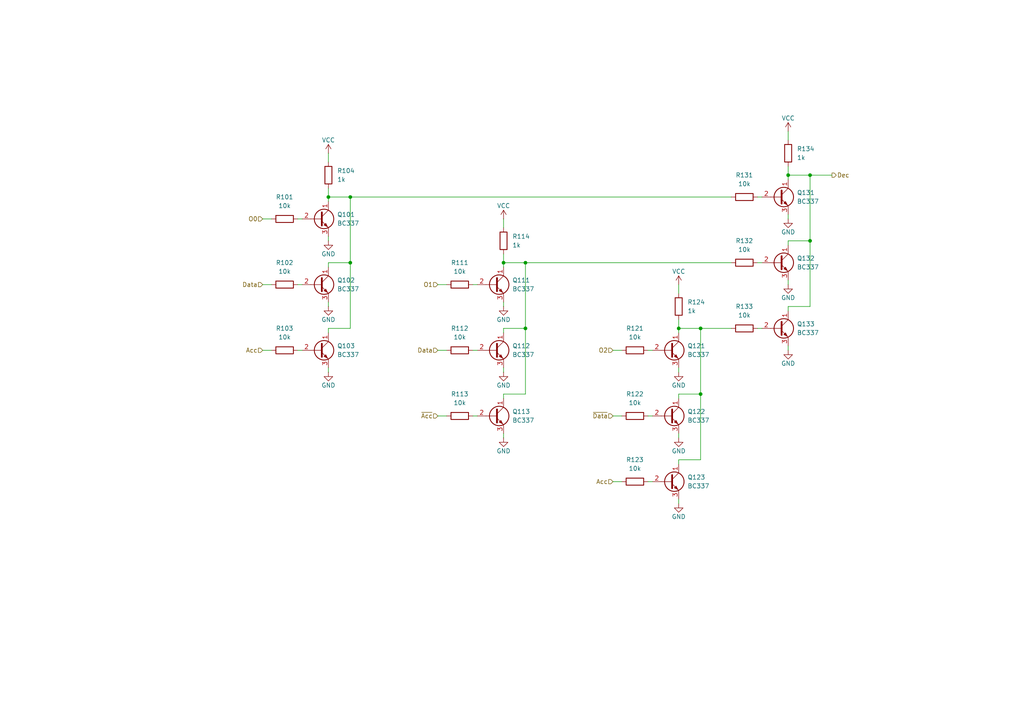
<source format=kicad_sch>
(kicad_sch (version 20250114) (generator "eeschema") (generator_version "9.0")
  (paper "A4")
  (lib_symbols
    (symbol "Device:R" (pin_numbers (hide yes)) (pin_names (offset 0))
      (property "Reference" "R" (at 2.032 0 90))
      (property "Value" "R" (at 0 0 90))
      (symbol "R_0_1"
        (rectangle (start -1.016 -2.54) (end 1.016 2.54) (stroke (width 0.254)))
      )
      (symbol "R_1_1"
        (pin passive line (at 0 3.81 270) (length 1.27) (name "~") (number "1"))
        (pin passive line (at 0 -3.81 90) (length 1.27) (name "~") (number "2"))
      )
    )
    (symbol "Transistor_BJT:BC337" (pin_names (offset 0) (hide yes))
      (property "Reference" "Q" (at 5.08 1.905 0))
      (property "Value" "BC337" (at 5.08 0 0))
      (symbol "BC337_0_1"
        (polyline (pts (xy -2.54 0) (xy 0.635 0)))
        (polyline (pts (xy 0.635 1.905) (xy 0.635 -1.905)) (stroke (width 0.508)))
        (circle (center 1.27 0) (radius 2.8194) (stroke (width 0.254)))
      )
      (symbol "BC337_1_1"
        (polyline (pts (xy 0.635 0.635) (xy 2.54 2.54)))
        (polyline (pts (xy 0.635 -0.635) (xy 2.54 -2.54)))
        (polyline (pts (xy 1.27 -1.778) (xy 1.778 -1.27) (xy 2.286 -2.286) (xy 1.27 -1.778)) (fill (type outline)))
        (pin input line (at -5.08 0 0) (length 2.54) (name "B") (number "2"))
        (pin passive line (at 2.54 5.08 270) (length 2.54) (name "C") (number "1"))
        (pin passive line (at 2.54 -5.08 90) (length 2.54) (name "E") (number "3"))
      )
    )
    (symbol "power:GND" (power) (pin_numbers (hide yes)) (pin_names (offset 0) (hide yes))
      (property "Value" "GND" (at 0 -3.81 0))
      (symbol "GND_0_1"
        (polyline (pts (xy 0 0) (xy 0 -1.27) (xy 1.27 -1.27) (xy 0 -2.54) (xy -1.27 -1.27) (xy 0 -1.27)))
      )
      (symbol "GND_1_1"
        (pin power_in line (at 0 0 270) (length 0) (name "~") (number "1"))
      )
    )
    (symbol "power:VCC" (power) (pin_numbers (hide yes)) (pin_names (offset 0) (hide yes))
      (property "Value" "VCC" (at 0 3.556 0))
      (symbol "VCC_0_1"
        (polyline (pts (xy -0.762 1.27) (xy 0 2.54)))
        (polyline (pts (xy 0 2.54) (xy 0.762 1.27)))
        (polyline (pts (xy 0 0) (xy 0 2.54)))
      )
      (symbol "VCC_1_1"
        (pin power_in line (at 0 0 90) (length 0) (name "~") (number "1"))
      )
    )
  )
  (junction (at 146.05 76.2))
  (junction (at 203.2 95.25))
  (junction (at 234.95 69.85))
  (junction (at 95.25 57.15))
  (junction (at 152.4 76.2))
  (junction (at 228.6 50.8))
  (junction (at 101.6 57.15))
  (junction (at 196.85 95.25))
  (junction (at 152.4 95.25))
  (junction (at 203.2 114.3))
  (junction (at 101.6 76.2))
  (junction (at 234.95 50.8))
  (wire (pts (xy 196.85 125.73) (xy 196.85 127)))
  (wire (pts (xy 86.36 101.6) (xy 87.63 101.6)))
  (wire (pts (xy 86.36 63.5) (xy 87.63 63.5)))
  (wire (pts (xy 228.6 38.1) (xy 228.6 40.64)))
  (wire (pts (xy 146.05 106.68) (xy 146.05 107.95)))
  (wire (pts (xy 228.6 100.33) (xy 228.6 101.6)))
  (wire (pts (xy 177.8 120.65) (xy 180.34 120.65)))
  (wire (pts (xy 228.6 81.28) (xy 228.6 82.55)))
  (wire (pts (xy 228.6 62.23) (xy 228.6 63.5)))
  (wire (pts (xy 127 82.55) (xy 129.54 82.55)))
  (wire (pts (xy 228.6 90.17) (xy 228.6 88.9)))
  (wire (pts (xy 146.05 76.2) (xy 146.05 77.47)))
  (wire (pts (xy 95.25 54.61) (xy 95.25 57.15)))
  (wire (pts (xy 196.85 92.71) (xy 196.85 95.25)))
  (wire (pts (xy 127 101.6) (xy 129.54 101.6)))
  (wire (pts (xy 95.25 68.58) (xy 95.25 69.85)))
  (wire (pts (xy 86.36 82.55) (xy 87.63 82.55)))
  (wire (pts (xy 234.95 50.8) (xy 234.95 69.85)))
  (wire (pts (xy 219.71 57.15) (xy 220.98 57.15)))
  (wire (pts (xy 95.25 95.25) (xy 101.6 95.25)))
  (wire (pts (xy 95.25 96.52) (xy 95.25 95.25)))
  (wire (pts (xy 76.2 63.5) (xy 78.74 63.5)))
  (wire (pts (xy 228.6 48.26) (xy 228.6 50.8)))
  (wire (pts (xy 196.85 133.35) (xy 203.2 133.35)))
  (wire (pts (xy 219.71 76.2) (xy 220.98 76.2)))
  (wire (pts (xy 95.25 77.47) (xy 95.25 76.2)))
  (wire (pts (xy 95.25 76.2) (xy 101.6 76.2)))
  (wire (pts (xy 228.6 50.8) (xy 228.6 52.07)))
  (wire (pts (xy 228.6 88.9) (xy 234.95 88.9)))
  (wire (pts (xy 95.25 87.63) (xy 95.25 88.9)))
  (wire (pts (xy 146.05 63.5) (xy 146.05 66.04)))
  (wire (pts (xy 146.05 125.73) (xy 146.05 127)))
  (wire (pts (xy 203.2 95.25) (xy 212.09 95.25)))
  (wire (pts (xy 101.6 76.2) (xy 101.6 95.25)))
  (wire (pts (xy 187.96 101.6) (xy 189.23 101.6)))
  (wire (pts (xy 196.85 114.3) (xy 203.2 114.3)))
  (wire (pts (xy 177.8 139.7) (xy 180.34 139.7)))
  (wire (pts (xy 152.4 76.2) (xy 212.09 76.2)))
  (wire (pts (xy 187.96 139.7) (xy 189.23 139.7)))
  (wire (pts (xy 196.85 95.25) (xy 196.85 96.52)))
  (wire (pts (xy 219.71 95.25) (xy 220.98 95.25)))
  (wire (pts (xy 146.05 76.2) (xy 152.4 76.2)))
  (wire (pts (xy 137.16 101.6) (xy 138.43 101.6)))
  (wire (pts (xy 177.8 101.6) (xy 180.34 101.6)))
  (wire (pts (xy 203.2 95.25) (xy 203.2 114.3)))
  (wire (pts (xy 76.2 82.55) (xy 78.74 82.55)))
  (wire (pts (xy 203.2 114.3) (xy 203.2 133.35)))
  (wire (pts (xy 228.6 69.85) (xy 234.95 69.85)))
  (wire (pts (xy 137.16 120.65) (xy 138.43 120.65)))
  (wire (pts (xy 95.25 44.45) (xy 95.25 46.99)))
  (wire (pts (xy 101.6 57.15) (xy 212.09 57.15)))
  (wire (pts (xy 196.85 82.55) (xy 196.85 85.09)))
  (wire (pts (xy 187.96 120.65) (xy 189.23 120.65)))
  (wire (pts (xy 228.6 71.12) (xy 228.6 69.85)))
  (wire (pts (xy 234.95 50.8) (xy 241.3 50.8)))
  (wire (pts (xy 127 120.65) (xy 129.54 120.65)))
  (wire (pts (xy 196.85 95.25) (xy 203.2 95.25)))
  (wire (pts (xy 146.05 73.66) (xy 146.05 76.2)))
  (wire (pts (xy 234.95 69.85) (xy 234.95 88.9)))
  (wire (pts (xy 146.05 114.3) (xy 152.4 114.3)))
  (wire (pts (xy 196.85 134.62) (xy 196.85 133.35)))
  (wire (pts (xy 146.05 96.52) (xy 146.05 95.25)))
  (wire (pts (xy 146.05 115.57) (xy 146.05 114.3)))
  (wire (pts (xy 196.85 144.78) (xy 196.85 146.05)))
  (wire (pts (xy 152.4 95.25) (xy 152.4 114.3)))
  (wire (pts (xy 228.6 50.8) (xy 234.95 50.8)))
  (wire (pts (xy 95.25 57.15) (xy 101.6 57.15)))
  (wire (pts (xy 76.2 101.6) (xy 78.74 101.6)))
  (wire (pts (xy 152.4 76.2) (xy 152.4 95.25)))
  (wire (pts (xy 95.25 57.15) (xy 95.25 58.42)))
  (wire (pts (xy 137.16 82.55) (xy 138.43 82.55)))
  (wire (pts (xy 196.85 115.57) (xy 196.85 114.3)))
  (wire (pts (xy 146.05 87.63) (xy 146.05 88.9)))
  (wire (pts (xy 196.85 106.68) (xy 196.85 107.95)))
  (wire (pts (xy 95.25 106.68) (xy 95.25 107.95)))
  (wire (pts (xy 101.6 57.15) (xy 101.6 76.2)))
  (wire (pts (xy 146.05 95.25) (xy 152.4 95.25)))
  (hierarchical_label "Acc" (shape input) (at 177.8 139.7 180))
  (hierarchical_label "Dec" (shape output) (at 241.3 50.8 0))
  (hierarchical_label "Data" (shape input) (at 76.2 82.55 180))
  (hierarchical_label "Data" (shape input) (at 127 101.6 180))
  (hierarchical_label "~{Acc}" (shape input) (at 127 120.65 180))
  (hierarchical_label "O1" (shape input) (at 127 82.55 180))
  (hierarchical_label "~{Data}" (shape input) (at 177.8 120.65 180))
  (hierarchical_label "O0" (shape input) (at 76.2 63.5 180))
  (hierarchical_label "O2" (shape input) (at 177.8 101.6 180))
  (hierarchical_label "Acc" (shape input) (at 76.2 101.6 180))
  (symbol (lib_id "Transistor_BJT:BC337") (at 143.51 82.55 0) (unit 1)
    (property "Reference" "Q111" (at 148.59 81.2799 0) (effects (justify left)))
    (property "Value" "BC337" (at 148.59 83.8199 0) (effects (justify left)))
    (property "Footprint" "Package_TO_SOT_THT:TO-92_Inline" (effects (hide yes)))
    (property "Datasheet" "https://diotec.com/tl_files/diotec/files/pdf/datasheets/bc337.pdf" (effects (hide yes)))
    (property "Description" "0.8A Ic, 45V Vce, NPN Transistor, TO-92" (effects (hide yes)))
    (property "Sim.Device" "NPN" (effects (hide yes)))
    (property "Sim.Pins" "1=C 2=B 3=E" (effects (hide yes)))
  )
  (symbol (lib_id "Transistor_BJT:BC337") (at 143.51 101.6 0) (unit 1)
    (property "Reference" "Q112" (at 148.59 100.3299 0) (effects (justify left)))
    (property "Value" "BC337" (at 148.59 102.8699 0) (effects (justify left)))
    (property "Footprint" "Package_TO_SOT_THT:TO-92_Inline" (effects (hide yes)))
    (property "Datasheet" "https://diotec.com/tl_files/diotec/files/pdf/datasheets/bc337.pdf" (effects (hide yes)))
    (property "Description" "0.8A Ic, 45V Vce, NPN Transistor, TO-92" (effects (hide yes)))
    (property "Sim.Device" "NPN" (effects (hide yes)))
    (property "Sim.Pins" "1=C 2=B 3=E" (effects (hide yes)))
  )
  (symbol (lib_id "Device:R") (at 196.85 88.9 0) (unit 1)
    (property "Reference" "R124" (at 199.39 87.6299 0) (effects (justify left)))
    (property "Value" "1k" (at 199.39 90.1699 0) (effects (justify left)))
    (property "Footprint" "Resistor_THT:R_Axial_DIN0207_L6.3mm_D2.5mm_P10.16mm_Horizontal" (effects (hide yes)))
    (property "Description" "Resistor" (effects (hide yes)))
  )
  (symbol (lib_id "power:GND") (at 228.6 82.55 0) (unit 1)
    (property "Reference" "#PWR0137" (effects (hide yes)))
    (property "Value" "GND" (at 228.6 86.36 0))
    (property "Description" "Power symbol creates a global label with name \"GND\" , ground" (effects (hide yes)))
  )
  (symbol (lib_id "Transistor_BJT:BC337") (at 194.31 139.7 0) (unit 1)
    (property "Reference" "Q123" (at 199.39 138.4299 0) (effects (justify left)))
    (property "Value" "BC337" (at 199.39 140.9699 0) (effects (justify left)))
    (property "Footprint" "Package_TO_SOT_THT:TO-92_Inline" (effects (hide yes)))
    (property "Datasheet" "https://diotec.com/tl_files/diotec/files/pdf/datasheets/bc337.pdf" (effects (hide yes)))
    (property "Description" "0.8A Ic, 45V Vce, NPN Transistor, TO-92" (effects (hide yes)))
    (property "Sim.Device" "NPN" (effects (hide yes)))
    (property "Sim.Pins" "1=C 2=B 3=E" (effects (hide yes)))
  )
  (symbol (lib_id "Transistor_BJT:BC337") (at 226.06 57.15 0) (unit 1)
    (property "Reference" "Q131" (at 231.14 55.8799 0) (effects (justify left)))
    (property "Value" "BC337" (at 231.14 58.4199 0) (effects (justify left)))
    (property "Footprint" "Package_TO_SOT_THT:TO-92_Inline" (effects (hide yes)))
    (property "Datasheet" "https://diotec.com/tl_files/diotec/files/pdf/datasheets/bc337.pdf" (effects (hide yes)))
    (property "Description" "0.8A Ic, 45V Vce, NPN Transistor, TO-92" (effects (hide yes)))
    (property "Sim.Device" "NPN" (effects (hide yes)))
    (property "Sim.Pins" "1=C 2=B 3=E" (effects (hide yes)))
  )
  (symbol (lib_id "power:VCC") (at 146.05 63.5 0) (unit 1)
    (property "Reference" "#PWR0129" (effects (hide yes)))
    (property "Value" "VCC" (at 146.05 59.69 0))
    (property "Description" "Power symbol creates a global label with name \"VCC\"" (effects (hide yes)))
  )
  (symbol (lib_id "Device:R") (at 215.9 57.15 90) (unit 1)
    (property "Reference" "R131" (at 215.9 50.8 90))
    (property "Value" "10k" (at 215.9 53.34 90))
    (property "Footprint" "Resistor_THT:R_Axial_DIN0207_L6.3mm_D2.5mm_P10.16mm_Horizontal" (effects (hide yes)))
    (property "Description" "Resistor" (effects (hide yes)))
  )
  (symbol (lib_id "power:GND") (at 196.85 146.05 0) (unit 1)
    (property "Reference" "#PWR0127" (effects (hide yes)))
    (property "Value" "GND" (at 196.85 149.86 0))
    (property "Description" "Power symbol creates a global label with name \"GND\" , ground" (effects (hide yes)))
  )
  (symbol (lib_id "power:VCC") (at 228.6 38.1 0) (unit 1)
    (property "Reference" "#PWR0136" (effects (hide yes)))
    (property "Value" "VCC" (at 228.6 34.29 0))
    (property "Description" "Power symbol creates a global label with name \"VCC\"" (effects (hide yes)))
  )
  (symbol (lib_id "power:GND") (at 146.05 88.9 0) (unit 1)
    (property "Reference" "#PWR0132" (effects (hide yes)))
    (property "Value" "GND" (at 146.05 92.71 0))
    (property "Description" "Power symbol creates a global label with name \"GND\" , ground" (effects (hide yes)))
  )
  (symbol (lib_id "Device:R") (at 184.15 139.7 90) (unit 1)
    (property "Reference" "R123" (at 184.15 133.35 90))
    (property "Value" "10k" (at 184.15 135.89 90))
    (property "Footprint" "Resistor_THT:R_Axial_DIN0207_L6.3mm_D2.5mm_P10.16mm_Horizontal" (effects (hide yes)))
    (property "Description" "Resistor" (effects (hide yes)))
  )
  (symbol (lib_id "Transistor_BJT:BC337") (at 226.06 95.25 0) (unit 1)
    (property "Reference" "Q133" (at 231.14 93.9799 0) (effects (justify left)))
    (property "Value" "BC337" (at 231.14 96.5199 0) (effects (justify left)))
    (property "Footprint" "Package_TO_SOT_THT:TO-92_Inline" (effects (hide yes)))
    (property "Datasheet" "https://diotec.com/tl_files/diotec/files/pdf/datasheets/bc337.pdf" (effects (hide yes)))
    (property "Description" "0.8A Ic, 45V Vce, NPN Transistor, TO-92" (effects (hide yes)))
    (property "Sim.Device" "NPN" (effects (hide yes)))
    (property "Sim.Pins" "1=C 2=B 3=E" (effects (hide yes)))
  )
  (symbol (lib_id "power:GND") (at 95.25 88.9 0) (unit 1)
    (property "Reference" "#PWR0122" (effects (hide yes)))
    (property "Value" "GND" (at 95.25 92.71 0))
    (property "Description" "Power symbol creates a global label with name \"GND\" , ground" (effects (hide yes)))
  )
  (symbol (lib_id "Transistor_BJT:BC337") (at 143.51 120.65 0) (unit 1)
    (property "Reference" "Q113" (at 148.59 119.3799 0) (effects (justify left)))
    (property "Value" "BC337" (at 148.59 121.9199 0) (effects (justify left)))
    (property "Footprint" "Package_TO_SOT_THT:TO-92_Inline" (effects (hide yes)))
    (property "Datasheet" "https://diotec.com/tl_files/diotec/files/pdf/datasheets/bc337.pdf" (effects (hide yes)))
    (property "Description" "0.8A Ic, 45V Vce, NPN Transistor, TO-92" (effects (hide yes)))
    (property "Sim.Device" "NPN" (effects (hide yes)))
    (property "Sim.Pins" "1=C 2=B 3=E" (effects (hide yes)))
  )
  (symbol (lib_id "power:VCC") (at 196.85 82.55 0) (unit 1)
    (property "Reference" "#PWR0130" (effects (hide yes)))
    (property "Value" "VCC" (at 196.85 78.74 0))
    (property "Description" "Power symbol creates a global label with name \"VCC\"" (effects (hide yes)))
  )
  (symbol (lib_id "Transistor_BJT:BC337") (at 194.31 101.6 0) (unit 1)
    (property "Reference" "Q121" (at 199.39 100.3299 0) (effects (justify left)))
    (property "Value" "BC337" (at 199.39 102.8699 0) (effects (justify left)))
    (property "Footprint" "Package_TO_SOT_THT:TO-92_Inline" (effects (hide yes)))
    (property "Datasheet" "https://diotec.com/tl_files/diotec/files/pdf/datasheets/bc337.pdf" (effects (hide yes)))
    (property "Description" "0.8A Ic, 45V Vce, NPN Transistor, TO-92" (effects (hide yes)))
    (property "Sim.Device" "NPN" (effects (hide yes)))
    (property "Sim.Pins" "1=C 2=B 3=E" (effects (hide yes)))
  )
  (symbol (lib_id "Transistor_BJT:BC337") (at 92.71 101.6 0) (unit 1)
    (property "Reference" "Q103" (at 97.79 100.3299 0) (effects (justify left)))
    (property "Value" "BC337" (at 97.79 102.8699 0) (effects (justify left)))
    (property "Footprint" "Package_TO_SOT_THT:TO-92_Inline" (effects (hide yes)))
    (property "Datasheet" "https://diotec.com/tl_files/diotec/files/pdf/datasheets/bc337.pdf" (effects (hide yes)))
    (property "Description" "0.8A Ic, 45V Vce, NPN Transistor, TO-92" (effects (hide yes)))
    (property "Sim.Device" "NPN" (effects (hide yes)))
    (property "Sim.Pins" "1=C 2=B 3=E" (effects (hide yes)))
  )
  (symbol (lib_id "Device:R") (at 184.15 101.6 90) (unit 1)
    (property "Reference" "R121" (at 184.15 95.25 90))
    (property "Value" "10k" (at 184.15 97.79 90))
    (property "Footprint" "Resistor_THT:R_Axial_DIN0207_L6.3mm_D2.5mm_P10.16mm_Horizontal" (effects (hide yes)))
    (property "Description" "Resistor" (effects (hide yes)))
  )
  (symbol (lib_id "Device:R") (at 215.9 76.2 90) (unit 1)
    (property "Reference" "R132" (at 215.9 69.85 90))
    (property "Value" "10k" (at 215.9 72.39 90))
    (property "Footprint" "Resistor_THT:R_Axial_DIN0207_L6.3mm_D2.5mm_P10.16mm_Horizontal" (effects (hide yes)))
    (property "Description" "Resistor" (effects (hide yes)))
  )
  (symbol (lib_id "Device:R") (at 228.6 44.45 0) (unit 1)
    (property "Reference" "R134" (at 231.14 43.1799 0) (effects (justify left)))
    (property "Value" "1k" (at 231.14 45.7199 0) (effects (justify left)))
    (property "Footprint" "Resistor_THT:R_Axial_DIN0207_L6.3mm_D2.5mm_P10.16mm_Horizontal" (effects (hide yes)))
    (property "Description" "Resistor" (effects (hide yes)))
  )
  (symbol (lib_id "Transistor_BJT:BC337") (at 92.71 82.55 0) (unit 1)
    (property "Reference" "Q102" (at 97.79 81.2799 0) (effects (justify left)))
    (property "Value" "BC337" (at 97.79 83.8199 0) (effects (justify left)))
    (property "Footprint" "Package_TO_SOT_THT:TO-92_Inline" (effects (hide yes)))
    (property "Datasheet" "https://diotec.com/tl_files/diotec/files/pdf/datasheets/bc337.pdf" (effects (hide yes)))
    (property "Description" "0.8A Ic, 45V Vce, NPN Transistor, TO-92" (effects (hide yes)))
    (property "Sim.Device" "NPN" (effects (hide yes)))
    (property "Sim.Pins" "1=C 2=B 3=E" (effects (hide yes)))
  )
  (symbol (lib_id "Transistor_BJT:BC337") (at 92.71 63.5 0) (unit 1)
    (property "Reference" "Q101" (at 97.79 62.2299 0) (effects (justify left)))
    (property "Value" "BC337" (at 97.79 64.7699 0) (effects (justify left)))
    (property "Footprint" "Package_TO_SOT_THT:TO-92_Inline" (effects (hide yes)))
    (property "Datasheet" "https://diotec.com/tl_files/diotec/files/pdf/datasheets/bc337.pdf" (effects (hide yes)))
    (property "Description" "0.8A Ic, 45V Vce, NPN Transistor, TO-92" (effects (hide yes)))
    (property "Sim.Device" "NPN" (effects (hide yes)))
    (property "Sim.Pins" "1=C 2=B 3=E" (effects (hide yes)))
  )
  (symbol (lib_id "power:GND") (at 95.25 107.95 0) (unit 1)
    (property "Reference" "#PWR0124" (effects (hide yes)))
    (property "Value" "GND" (at 95.25 111.76 0))
    (property "Description" "Power symbol creates a global label with name \"GND\" , ground" (effects (hide yes)))
  )
  (symbol (lib_id "power:GND") (at 196.85 107.95 0) (unit 1)
    (property "Reference" "#PWR0126" (effects (hide yes)))
    (property "Value" "GND" (at 196.85 111.76 0))
    (property "Description" "Power symbol creates a global label with name \"GND\" , ground" (effects (hide yes)))
  )
  (symbol (lib_id "Device:R") (at 82.55 101.6 90) (unit 1)
    (property "Reference" "R103" (at 82.55 95.25 90))
    (property "Value" "10k" (at 82.55 97.79 90))
    (property "Footprint" "Resistor_THT:R_Axial_DIN0207_L6.3mm_D2.5mm_P10.16mm_Horizontal" (effects (hide yes)))
    (property "Description" "Resistor" (effects (hide yes)))
  )
  (symbol (lib_id "Device:R") (at 95.25 50.8 0) (unit 1)
    (property "Reference" "R104" (at 97.79 49.5299 0) (effects (justify left)))
    (property "Value" "1k" (at 97.79 52.0699 0) (effects (justify left)))
    (property "Footprint" "Resistor_THT:R_Axial_DIN0207_L6.3mm_D2.5mm_P10.16mm_Horizontal" (effects (hide yes)))
    (property "Description" "Resistor" (effects (hide yes)))
  )
  (symbol (lib_id "Device:R") (at 184.15 120.65 90) (unit 1)
    (property "Reference" "R122" (at 184.15 114.3 90))
    (property "Value" "10k" (at 184.15 116.84 90))
    (property "Footprint" "Resistor_THT:R_Axial_DIN0207_L6.3mm_D2.5mm_P10.16mm_Horizontal" (effects (hide yes)))
    (property "Description" "Resistor" (effects (hide yes)))
  )
  (symbol (lib_id "power:GND") (at 95.25 69.85 0) (unit 1)
    (property "Reference" "#PWR0123" (effects (hide yes)))
    (property "Value" "GND" (at 95.25 73.66 0))
    (property "Description" "Power symbol creates a global label with name \"GND\" , ground" (effects (hide yes)))
  )
  (symbol (lib_id "power:GND") (at 228.6 101.6 0) (unit 1)
    (property "Reference" "#PWR0135" (effects (hide yes)))
    (property "Value" "GND" (at 228.6 105.41 0))
    (property "Description" "Power symbol creates a global label with name \"GND\" , ground" (effects (hide yes)))
  )
  (symbol (lib_id "Device:R") (at 82.55 63.5 90) (unit 1)
    (property "Reference" "R101" (at 82.55 57.15 90))
    (property "Value" "10k" (at 82.55 59.69 90))
    (property "Footprint" "Resistor_THT:R_Axial_DIN0207_L6.3mm_D2.5mm_P10.16mm_Horizontal" (effects (hide yes)))
    (property "Description" "Resistor" (effects (hide yes)))
  )
  (symbol (lib_id "power:GND") (at 228.6 63.5 0) (unit 1)
    (property "Reference" "#PWR0134" (effects (hide yes)))
    (property "Value" "GND" (at 228.6 67.31 0))
    (property "Description" "Power symbol creates a global label with name \"GND\" , ground" (effects (hide yes)))
  )
  (symbol (lib_id "power:GND") (at 146.05 107.95 0) (unit 1)
    (property "Reference" "#PWR0133" (effects (hide yes)))
    (property "Value" "GND" (at 146.05 111.76 0))
    (property "Description" "Power symbol creates a global label with name \"GND\" , ground" (effects (hide yes)))
  )
  (symbol (lib_id "Device:R") (at 146.05 69.85 0) (unit 1)
    (property "Reference" "R114" (at 148.59 68.5799 0) (effects (justify left)))
    (property "Value" "1k" (at 148.59 71.1199 0) (effects (justify left)))
    (property "Footprint" "Resistor_THT:R_Axial_DIN0207_L6.3mm_D2.5mm_P10.16mm_Horizontal" (effects (hide yes)))
    (property "Description" "Resistor" (effects (hide yes)))
  )
  (symbol (lib_id "Device:R") (at 133.35 101.6 90) (unit 1)
    (property "Reference" "R112" (at 133.35 95.25 90))
    (property "Value" "10k" (at 133.35 97.79 90))
    (property "Footprint" "Resistor_THT:R_Axial_DIN0207_L6.3mm_D2.5mm_P10.16mm_Horizontal" (effects (hide yes)))
    (property "Description" "Resistor" (effects (hide yes)))
  )
  (symbol (lib_id "Device:R") (at 82.55 82.55 90) (unit 1)
    (property "Reference" "R102" (at 82.55 76.2 90))
    (property "Value" "10k" (at 82.55 78.74 90))
    (property "Footprint" "Resistor_THT:R_Axial_DIN0207_L6.3mm_D2.5mm_P10.16mm_Horizontal" (effects (hide yes)))
    (property "Description" "Resistor" (effects (hide yes)))
  )
  (symbol (lib_id "Transistor_BJT:BC337") (at 226.06 76.2 0) (unit 1)
    (property "Reference" "Q132" (at 231.14 74.9299 0) (effects (justify left)))
    (property "Value" "BC337" (at 231.14 77.4699 0) (effects (justify left)))
    (property "Footprint" "Package_TO_SOT_THT:TO-92_Inline" (effects (hide yes)))
    (property "Datasheet" "https://diotec.com/tl_files/diotec/files/pdf/datasheets/bc337.pdf" (effects (hide yes)))
    (property "Description" "0.8A Ic, 45V Vce, NPN Transistor, TO-92" (effects (hide yes)))
    (property "Sim.Device" "NPN" (effects (hide yes)))
    (property "Sim.Pins" "1=C 2=B 3=E" (effects (hide yes)))
  )
  (symbol (lib_id "Device:R") (at 215.9 95.25 90) (unit 1)
    (property "Reference" "R133" (at 215.9 88.9 90))
    (property "Value" "10k" (at 215.9 91.44 90))
    (property "Footprint" "Resistor_THT:R_Axial_DIN0207_L6.3mm_D2.5mm_P10.16mm_Horizontal" (effects (hide yes)))
    (property "Description" "Resistor" (effects (hide yes)))
  )
  (symbol (lib_id "Device:R") (at 133.35 120.65 90) (unit 1)
    (property "Reference" "R113" (at 133.35 114.3 90))
    (property "Value" "10k" (at 133.35 116.84 90))
    (property "Footprint" "Resistor_THT:R_Axial_DIN0207_L6.3mm_D2.5mm_P10.16mm_Horizontal" (effects (hide yes)))
    (property "Description" "Resistor" (effects (hide yes)))
  )
  (symbol (lib_id "Device:R") (at 133.35 82.55 90) (unit 1)
    (property "Reference" "R111" (at 133.35 76.2 90))
    (property "Value" "10k" (at 133.35 78.74 90))
    (property "Footprint" "Resistor_THT:R_Axial_DIN0207_L6.3mm_D2.5mm_P10.16mm_Horizontal" (effects (hide yes)))
    (property "Description" "Resistor" (effects (hide yes)))
  )
  (symbol (lib_id "power:GND") (at 146.05 127 0) (unit 1)
    (property "Reference" "#PWR0131" (effects (hide yes)))
    (property "Value" "GND" (at 146.05 130.81 0))
    (property "Description" "Power symbol creates a global label with name \"GND\" , ground" (effects (hide yes)))
  )
  (symbol (lib_id "Transistor_BJT:BC337") (at 194.31 120.65 0) (unit 1)
    (property "Reference" "Q122" (at 199.39 119.3799 0) (effects (justify left)))
    (property "Value" "BC337" (at 199.39 121.9199 0) (effects (justify left)))
    (property "Footprint" "Package_TO_SOT_THT:TO-92_Inline" (effects (hide yes)))
    (property "Datasheet" "https://diotec.com/tl_files/diotec/files/pdf/datasheets/bc337.pdf" (effects (hide yes)))
    (property "Description" "0.8A Ic, 45V Vce, NPN Transistor, TO-92" (effects (hide yes)))
    (property "Sim.Device" "NPN" (effects (hide yes)))
    (property "Sim.Pins" "1=C 2=B 3=E" (effects (hide yes)))
  )
  (symbol (lib_id "power:GND") (at 196.85 127 0) (unit 1)
    (property "Reference" "#PWR0128" (effects (hide yes)))
    (property "Value" "GND" (at 196.85 130.81 0))
    (property "Description" "Power symbol creates a global label with name \"GND\" , ground" (effects (hide yes)))
  )
  (symbol (lib_id "power:VCC") (at 95.25 44.45 0) (unit 1)
    (property "Reference" "#PWR0125" (effects (hide yes)))
    (property "Value" "VCC" (at 95.25 40.64 0))
    (property "Description" "Power symbol creates a global label with name \"VCC\"" (effects (hide yes)))
  )
)
</source>
